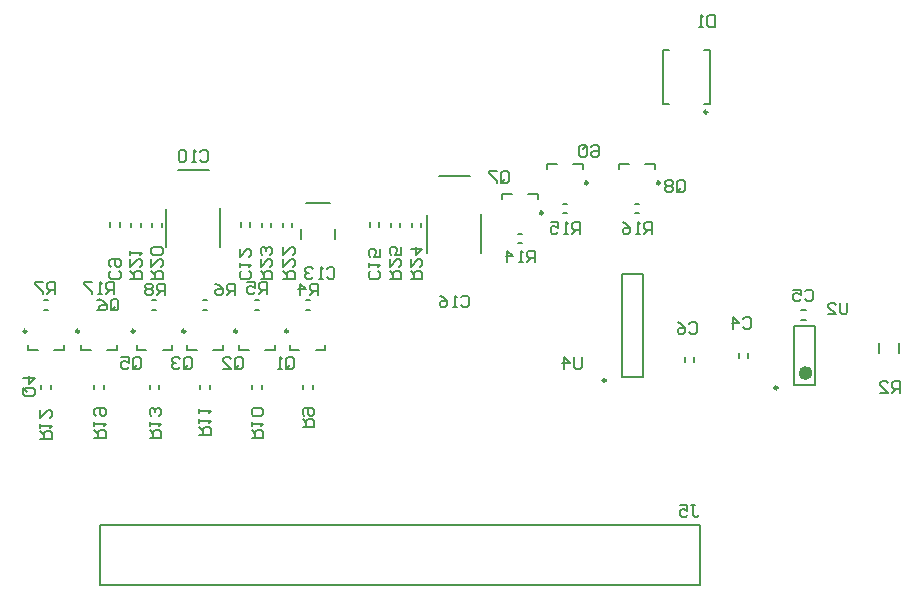
<source format=gbo>
%FSLAX25Y25*%
%MOIN*%
G70*
G01*
G75*
G04 Layer_Color=32896*
%ADD10C,0.00787*%
%ADD11C,0.01575*%
%ADD12C,0.02756*%
%ADD13C,0.03150*%
%ADD14C,0.01969*%
%ADD15C,0.01181*%
%ADD16C,0.03937*%
%ADD17C,0.02362*%
%ADD18C,0.05906*%
%ADD19R,0.03937X0.03937*%
%ADD20O,0.08661X0.02362*%
%ADD21C,0.03937*%
%ADD22R,0.09449X0.06693*%
%ADD23R,0.15748X0.06299*%
%ADD24R,0.07874X0.05512*%
%ADD25R,0.05512X0.07874*%
%ADD26R,0.01181X0.02874*%
%ADD27R,0.02874X0.01181*%
%ADD28R,0.09843X0.09843*%
%ADD29C,0.05906*%
%ADD30R,0.05118X0.05118*%
%ADD31C,0.05118*%
%ADD32R,0.06890X0.06890*%
%ADD33C,0.06890*%
%ADD34C,0.06102*%
%ADD35R,0.06102X0.06102*%
%ADD36R,0.06102X0.06102*%
%ADD37R,0.06102X0.06000*%
%ADD38C,0.19685*%
%ADD39R,0.08071X0.08071*%
%ADD40C,0.08071*%
%ADD41C,0.02756*%
%ADD42C,0.02362*%
%ADD43R,0.10039X0.11614*%
%ADD44R,0.03937X0.03937*%
%ADD45R,0.08976X0.07480*%
%ADD46R,0.02362X0.05512*%
%ADD47R,0.08583X0.06378*%
%ADD48O,0.07008X0.02362*%
%ADD49R,0.07087X0.05906*%
%ADD50C,0.01000*%
%ADD51C,0.00984*%
%ADD52C,0.00591*%
%ADD53C,0.06693*%
%ADD54R,0.04724X0.04724*%
%ADD55O,0.09449X0.03150*%
%ADD56C,0.04724*%
%ADD57R,0.10236X0.07480*%
%ADD58R,0.16535X0.07087*%
%ADD59R,0.08661X0.06299*%
%ADD60R,0.06299X0.08661*%
%ADD61R,0.01969X0.03661*%
%ADD62R,0.03661X0.01969*%
%ADD63R,0.10630X0.10630*%
%ADD64R,0.05906X0.05906*%
%ADD65R,0.07677X0.07677*%
%ADD66C,0.07677*%
%ADD67R,0.06890X0.06890*%
%ADD68R,0.06890X0.06787*%
%ADD69C,0.20472*%
%ADD70R,0.08858X0.08858*%
%ADD71C,0.08858*%
%ADD72C,0.03543*%
%ADD73R,0.10827X0.12402*%
%ADD74R,0.04724X0.04724*%
%ADD75R,0.09764X0.08268*%
%ADD76R,0.03150X0.06299*%
%ADD77R,0.09370X0.07165*%
%ADD78O,0.07795X0.03150*%
%ADD79R,0.07874X0.06693*%
D10*
X155100Y119500D02*
Y132500D01*
X137000Y119700D02*
Y132400D01*
X140900Y145400D02*
X151200D01*
X68100Y121500D02*
Y134500D01*
X50000Y121700D02*
Y134400D01*
X53900Y147400D02*
X64200D01*
X124900Y128300D02*
Y129700D01*
X128100Y128300D02*
Y129700D01*
X135100Y128300D02*
Y129700D01*
X131900Y128300D02*
Y129700D01*
X81900Y128300D02*
Y129700D01*
X85100Y128300D02*
Y129700D01*
X92100Y128300D02*
Y129700D01*
X88900Y128300D02*
Y129700D01*
X38400Y128300D02*
Y129700D01*
X41600Y128300D02*
Y129700D01*
X48600Y128300D02*
Y129700D01*
X45400Y128300D02*
Y129700D01*
X96555Y136158D02*
X104744D01*
X106161Y124425D02*
Y127575D01*
X95138Y124425D02*
Y127575D01*
X121075Y128213D02*
Y129787D01*
X117925Y128213D02*
Y129787D01*
X78075Y128213D02*
Y129787D01*
X74925Y128213D02*
Y129787D01*
X34575Y128213D02*
Y129787D01*
X31425Y128213D02*
Y129787D01*
X261713Y97425D02*
X263287D01*
X261713Y100575D02*
X263287D01*
X244075Y84713D02*
Y86287D01*
X240925Y84713D02*
Y86287D01*
X30374Y87244D02*
X33524D01*
Y88819D01*
X21713Y87244D02*
X24862D01*
X21713D02*
Y88819D01*
X45422Y103809D02*
X46822D01*
X45422Y100609D02*
X46822D01*
X26918Y103809D02*
X28318D01*
X26918Y100609D02*
X28318D01*
X9351Y103809D02*
X10751D01*
X9351Y100609D02*
X10751D01*
X62280Y103809D02*
X63680D01*
X62280Y100609D02*
X63680D01*
X79603Y103809D02*
X81003D01*
X79603Y100609D02*
X81003D01*
X96532Y103809D02*
X97932D01*
X96532Y100609D02*
X97932D01*
X201957Y78374D02*
Y112626D01*
X209043Y78374D02*
Y112626D01*
X201957Y78374D02*
X209043D01*
X201957Y112626D02*
X209043D01*
X222925Y83213D02*
Y84787D01*
X226075Y83213D02*
Y84787D01*
X27952Y8779D02*
Y28780D01*
Y8779D02*
X227953D01*
X27952Y28780D02*
X227953D01*
Y8779D02*
Y28780D01*
X231358Y169138D02*
Y187248D01*
X215610Y169138D02*
Y187248D01*
X229350Y169138D02*
X231358D01*
X229350Y187248D02*
X231358D01*
X215610Y169138D02*
X217618D01*
X215610Y187248D02*
X217618D01*
X206300Y136100D02*
X207700D01*
X206300Y132900D02*
X207700D01*
X201095Y149256D02*
X204244D01*
X201095Y147681D02*
Y149256D01*
X209756D02*
X212906D01*
Y147681D02*
Y149256D01*
X182300Y136100D02*
X183700D01*
X182300Y132900D02*
X183700D01*
X162094Y139256D02*
X165244D01*
X162094Y137681D02*
Y139256D01*
X170756D02*
X173906D01*
Y137681D02*
Y139256D01*
X167300Y126100D02*
X168700D01*
X167300Y122900D02*
X168700D01*
X78703Y74300D02*
Y75700D01*
X81903Y74300D02*
Y75700D01*
X95632Y74300D02*
Y75700D01*
X98832Y74300D02*
Y75700D01*
X61380Y74300D02*
Y75700D01*
X64580Y74300D02*
Y75700D01*
X8451Y74300D02*
Y75700D01*
X11651Y74300D02*
Y75700D01*
X44522Y74300D02*
Y75700D01*
X47722Y74300D02*
Y75700D01*
X26018Y74300D02*
Y75700D01*
X29218Y74300D02*
Y75700D01*
X177094Y149256D02*
X180244D01*
X177094Y147681D02*
Y149256D01*
X185756D02*
X188906D01*
Y147681D02*
Y149256D01*
X48878Y87244D02*
X52028D01*
Y88819D01*
X40216Y87244D02*
X43366D01*
X40216D02*
Y88819D01*
X12807Y87244D02*
X15957D01*
Y88819D01*
X4146Y87244D02*
X7295D01*
X4146D02*
Y88819D01*
X65736Y87244D02*
X68886D01*
Y88819D01*
X57075Y87244D02*
X60224D01*
X57075D02*
Y88819D01*
X83059Y87244D02*
X86209D01*
Y88819D01*
X74398Y87244D02*
X77547D01*
X74398D02*
Y88819D01*
X99988Y87244D02*
X103138D01*
Y88819D01*
X91327Y87244D02*
X94476D01*
X91327D02*
Y88819D01*
X259236Y95342D02*
X266323D01*
X259236Y75657D02*
X266323D01*
Y95342D01*
X259236Y75657D02*
Y95342D01*
X294200Y86300D02*
Y89700D01*
X287800Y86300D02*
Y89700D01*
D17*
X264354Y79594D02*
G03*
X264354Y79594I-1181J0D01*
G01*
D51*
X21024Y93543D02*
G03*
X21024Y93543I-492J0D01*
G01*
X196543Y77153D02*
G03*
X196543Y77153I-492J0D01*
G01*
X230433Y166579D02*
G03*
X230433Y166579I-492J0D01*
G01*
X214579Y142957D02*
G03*
X214579Y142957I-492J0D01*
G01*
X175579Y132957D02*
G03*
X175579Y132957I-492J0D01*
G01*
X190579Y142957D02*
G03*
X190579Y142957I-492J0D01*
G01*
X39528Y93543D02*
G03*
X39528Y93543I-492J0D01*
G01*
X3457D02*
G03*
X3457Y93543I-492J0D01*
G01*
X56386D02*
G03*
X56386Y93543I-492J0D01*
G01*
X73709D02*
G03*
X73709Y93543I-492J0D01*
G01*
X90638D02*
G03*
X90638Y93543I-492J0D01*
G01*
X253823Y74654D02*
G03*
X253823Y74654I-492J0D01*
G01*
D52*
X242427Y97525D02*
X243083Y98181D01*
X244395D01*
X245051Y97525D01*
Y94901D01*
X244395Y94245D01*
X243083D01*
X242427Y94901D01*
X239147Y94245D02*
Y98181D01*
X241115Y96213D01*
X238492D01*
X262876Y106780D02*
X263532Y107436D01*
X264844D01*
X265500Y106780D01*
Y104156D01*
X264844Y103500D01*
X263532D01*
X262876Y104156D01*
X258940Y107436D02*
X261564D01*
Y105468D01*
X260252Y106124D01*
X259596D01*
X258940Y105468D01*
Y104156D01*
X259596Y103500D01*
X260908D01*
X261564Y104156D01*
X224427Y96025D02*
X225083Y96680D01*
X226395D01*
X227051Y96025D01*
Y93401D01*
X226395Y92745D01*
X225083D01*
X224427Y93401D01*
X220492Y96680D02*
X221803Y96025D01*
X223115Y94713D01*
Y93401D01*
X222459Y92745D01*
X221147D01*
X220492Y93401D01*
Y94057D01*
X221147Y94713D01*
X223115D01*
X34280Y113624D02*
X34936Y112968D01*
Y111656D01*
X34280Y111000D01*
X31656D01*
X31000Y111656D01*
Y112968D01*
X31656Y113624D01*
Y114936D02*
X31000Y115592D01*
Y116904D01*
X31656Y117560D01*
X34280D01*
X34936Y116904D01*
Y115592D01*
X34280Y114936D01*
X33624D01*
X32968Y115592D01*
Y117560D01*
X77780Y113624D02*
X78436Y112968D01*
Y111656D01*
X77780Y111000D01*
X75156D01*
X74500Y111656D01*
Y112968D01*
X75156Y113624D01*
X74500Y114936D02*
Y116248D01*
Y115592D01*
X78436D01*
X77780Y114936D01*
X74500Y120839D02*
Y118216D01*
X77124Y120839D01*
X77780D01*
X78436Y120183D01*
Y118871D01*
X77780Y118216D01*
X120780Y113624D02*
X121436Y112968D01*
Y111656D01*
X120780Y111000D01*
X118156D01*
X117500Y111656D01*
Y112968D01*
X118156Y113624D01*
X117500Y114936D02*
Y116248D01*
Y115592D01*
X121436D01*
X120780Y114936D01*
X121436Y120839D02*
Y118216D01*
X119468D01*
X120124Y119527D01*
Y120183D01*
X119468Y120839D01*
X118156D01*
X117500Y120183D01*
Y118871D01*
X118156Y118216D01*
X61376Y153280D02*
X62032Y153936D01*
X63344D01*
X64000Y153280D01*
Y150656D01*
X63344Y150000D01*
X62032D01*
X61376Y150656D01*
X60064Y150000D02*
X58752D01*
X59408D01*
Y153936D01*
X60064Y153280D01*
X56784D02*
X56129Y153936D01*
X54817D01*
X54161Y153280D01*
Y150656D01*
X54817Y150000D01*
X56129D01*
X56784Y150656D01*
Y153280D01*
X103524Y114280D02*
X104180Y114936D01*
X105492D01*
X106148Y114280D01*
Y111656D01*
X105492Y111000D01*
X104180D01*
X103524Y111656D01*
X102212Y111000D02*
X100900D01*
X101556D01*
Y114936D01*
X102212Y114280D01*
X98933D02*
X98277Y114936D01*
X96965D01*
X96309Y114280D01*
Y113624D01*
X96965Y112968D01*
X97621D01*
X96965D01*
X96309Y112312D01*
Y111656D01*
X96965Y111000D01*
X98277D01*
X98933Y111656D01*
X148376Y104780D02*
X149032Y105436D01*
X150344D01*
X151000Y104780D01*
Y102156D01*
X150344Y101500D01*
X149032D01*
X148376Y102156D01*
X147064Y101500D02*
X145752D01*
X146408D01*
Y105436D01*
X147064Y104780D01*
X141161Y105436D02*
X142473Y104780D01*
X143784Y103468D01*
Y102156D01*
X143129Y101500D01*
X141817D01*
X141161Y102156D01*
Y102812D01*
X141817Y103468D01*
X143784D01*
X232833Y198974D02*
Y195038D01*
X230865D01*
X230209Y195694D01*
Y198318D01*
X230865Y198974D01*
X232833D01*
X228897Y195038D02*
X227586D01*
X228241D01*
Y198974D01*
X228897Y198318D01*
X225127Y35680D02*
X226439D01*
X225783D01*
Y32401D01*
X226439Y31745D01*
X227095D01*
X227751Y32401D01*
X221192Y35680D02*
X223815D01*
Y33713D01*
X222503Y34369D01*
X221848D01*
X221192Y33713D01*
Y32401D01*
X221848Y31745D01*
X223159D01*
X223815Y32401D01*
X31527Y101101D02*
Y103725D01*
X32183Y104381D01*
X33495D01*
X34151Y103725D01*
Y101101D01*
X33495Y100445D01*
X32183D01*
X32839Y101757D02*
X31527Y100445D01*
X32183D02*
X31527Y101101D01*
X27591Y104381D02*
X28903Y103725D01*
X30215Y102413D01*
Y101101D01*
X29559Y100445D01*
X28247D01*
X27591Y101101D01*
Y101757D01*
X28247Y102413D01*
X30215D01*
X89876Y81656D02*
Y84280D01*
X90532Y84936D01*
X91844D01*
X92500Y84280D01*
Y81656D01*
X91844Y81000D01*
X90532D01*
X91188Y82312D02*
X89876Y81000D01*
X90532D02*
X89876Y81656D01*
X88564Y81000D02*
X87252D01*
X87908D01*
Y84936D01*
X88564Y84280D01*
X161636Y143656D02*
Y146280D01*
X162292Y146936D01*
X163604D01*
X164260Y146280D01*
Y143656D01*
X163604Y143000D01*
X162292D01*
X162948Y144312D02*
X161636Y143000D01*
X162292D02*
X161636Y143656D01*
X160324Y146936D02*
X157700D01*
Y146280D01*
X160324Y143656D01*
Y143000D01*
X72876Y81656D02*
Y84280D01*
X73532Y84936D01*
X74844D01*
X75500Y84280D01*
Y81656D01*
X74844Y81000D01*
X73532D01*
X74188Y82312D02*
X72876Y81000D01*
X73532D02*
X72876Y81656D01*
X68940Y81000D02*
X71564D01*
X68940Y83624D01*
Y84280D01*
X69596Y84936D01*
X70908D01*
X71564Y84280D01*
X220376Y140656D02*
Y143280D01*
X221032Y143936D01*
X222344D01*
X223000Y143280D01*
Y140656D01*
X222344Y140000D01*
X221032D01*
X221688Y141312D02*
X220376Y140000D01*
X221032D02*
X220376Y140656D01*
X219064Y143280D02*
X218408Y143936D01*
X217096D01*
X216440Y143280D01*
Y142624D01*
X217096Y141968D01*
X216440Y141312D01*
Y140656D01*
X217096Y140000D01*
X218408D01*
X219064Y140656D01*
Y141312D01*
X218408Y141968D01*
X219064Y142624D01*
Y143280D01*
X218408Y141968D02*
X217096D01*
X55876Y81656D02*
Y84280D01*
X56532Y84936D01*
X57844D01*
X58500Y84280D01*
Y81656D01*
X57844Y81000D01*
X56532D01*
X57188Y82312D02*
X55876Y81000D01*
X56532D02*
X55876Y81656D01*
X54564Y84280D02*
X53908Y84936D01*
X52596D01*
X51940Y84280D01*
Y83624D01*
X52596Y82968D01*
X53252D01*
X52596D01*
X51940Y82312D01*
Y81656D01*
X52596Y81000D01*
X53908D01*
X54564Y81656D01*
X2967Y74624D02*
X5591D01*
X6247Y73968D01*
Y72656D01*
X5591Y72000D01*
X2967D01*
X2311Y72656D01*
Y73968D01*
X3623Y73312D02*
X2311Y74624D01*
Y73968D02*
X2967Y74624D01*
X2311Y77904D02*
X6247D01*
X4279Y75936D01*
Y78560D01*
X190242Y154844D02*
Y152220D01*
X189586Y151564D01*
X188274D01*
X187618Y152220D01*
Y154844D01*
X188274Y155500D01*
X189586D01*
X188930Y154188D02*
X190242Y155500D01*
X189586D02*
X190242Y154844D01*
X191554D02*
X192210Y155500D01*
X193522D01*
X194178Y154844D01*
Y152220D01*
X193522Y151564D01*
X192210D01*
X191554Y152220D01*
Y152876D01*
X192210Y153532D01*
X194178D01*
X38876Y81656D02*
Y84280D01*
X39532Y84936D01*
X40844D01*
X41500Y84280D01*
Y81656D01*
X40844Y81000D01*
X39532D01*
X40188Y82312D02*
X38876Y81000D01*
X39532D02*
X38876Y81656D01*
X34940Y84936D02*
X37564D01*
Y82968D01*
X36252Y83624D01*
X35596D01*
X34940Y82968D01*
Y81656D01*
X35596Y81000D01*
X36908D01*
X37564Y81656D01*
X294500Y73000D02*
Y76936D01*
X292532D01*
X291876Y76280D01*
Y74968D01*
X292532Y74312D01*
X294500D01*
X293188D02*
X291876Y73000D01*
X287940D02*
X290564D01*
X287940Y75624D01*
Y76280D01*
X288596Y76936D01*
X289908D01*
X290564Y76280D01*
X173000Y116500D02*
Y120436D01*
X171032D01*
X170376Y119780D01*
Y118468D01*
X171032Y117812D01*
X173000D01*
X171688D02*
X170376Y116500D01*
X169064D02*
X167752D01*
X168408D01*
Y120436D01*
X169064Y119780D01*
X163817Y116500D02*
Y120436D01*
X165785Y118468D01*
X163161D01*
X100500Y105500D02*
Y109436D01*
X98532D01*
X97876Y108780D01*
Y107468D01*
X98532Y106812D01*
X100500D01*
X99188D02*
X97876Y105500D01*
X94596D02*
Y109436D01*
X96564Y107468D01*
X93940D01*
X95500Y61500D02*
X99436D01*
Y63468D01*
X98780Y64124D01*
X97468D01*
X96812Y63468D01*
Y61500D01*
Y62812D02*
X95500Y64124D01*
X96156Y65436D02*
X95500Y66092D01*
Y67404D01*
X96156Y68060D01*
X98780D01*
X99436Y67404D01*
Y66092D01*
X98780Y65436D01*
X98124D01*
X97468Y66092D01*
Y68060D01*
X188000Y126000D02*
Y129936D01*
X186032D01*
X185376Y129280D01*
Y127968D01*
X186032Y127312D01*
X188000D01*
X186688D02*
X185376Y126000D01*
X184064D02*
X182752D01*
X183408D01*
Y129936D01*
X184064Y129280D01*
X178161Y129936D02*
X180784D01*
Y127968D01*
X179473Y128624D01*
X178817D01*
X178161Y127968D01*
Y126656D01*
X178817Y126000D01*
X180129D01*
X180784Y126656D01*
X83500Y106000D02*
Y109936D01*
X81532D01*
X80876Y109280D01*
Y107968D01*
X81532Y107312D01*
X83500D01*
X82188D02*
X80876Y106000D01*
X76940Y109936D02*
X79564D01*
Y107968D01*
X78252Y108624D01*
X77596D01*
X76940Y107968D01*
Y106656D01*
X77596Y106000D01*
X78908D01*
X79564Y106656D01*
X78500Y58000D02*
X82436D01*
Y59968D01*
X81780Y60624D01*
X80468D01*
X79812Y59968D01*
Y58000D01*
Y59312D02*
X78500Y60624D01*
Y61936D02*
Y63248D01*
Y62592D01*
X82436D01*
X81780Y61936D01*
Y65215D02*
X82436Y65872D01*
Y67183D01*
X81780Y67839D01*
X79156D01*
X78500Y67183D01*
Y65872D01*
X79156Y65215D01*
X81780D01*
X212000Y126000D02*
Y129936D01*
X210032D01*
X209376Y129280D01*
Y127968D01*
X210032Y127312D01*
X212000D01*
X210688D02*
X209376Y126000D01*
X208064D02*
X206752D01*
X207408D01*
Y129936D01*
X208064Y129280D01*
X202161Y129936D02*
X203473Y129280D01*
X204784Y127968D01*
Y126656D01*
X204129Y126000D01*
X202817D01*
X202161Y126656D01*
Y127312D01*
X202817Y127968D01*
X204784D01*
X73000Y105500D02*
Y109436D01*
X71032D01*
X70376Y108780D01*
Y107468D01*
X71032Y106812D01*
X73000D01*
X71688D02*
X70376Y105500D01*
X66440Y109436D02*
X67752Y108780D01*
X69064Y107468D01*
Y106156D01*
X68408Y105500D01*
X67096D01*
X66440Y106156D01*
Y106812D01*
X67096Y107468D01*
X69064D01*
X61000Y59000D02*
X64936D01*
Y60968D01*
X64280Y61624D01*
X62968D01*
X62312Y60968D01*
Y59000D01*
Y60312D02*
X61000Y61624D01*
Y62936D02*
Y64248D01*
Y63592D01*
X64936D01*
X64280Y62936D01*
X61000Y66215D02*
Y67527D01*
Y66872D01*
X64936D01*
X64280Y66215D01*
X13000Y106000D02*
Y109936D01*
X11032D01*
X10376Y109280D01*
Y107968D01*
X11032Y107312D01*
X13000D01*
X11688D02*
X10376Y106000D01*
X9064Y109936D02*
X6440D01*
Y109280D01*
X9064Y106656D01*
Y106000D01*
X8000Y57500D02*
X11936D01*
Y59468D01*
X11280Y60124D01*
X9968D01*
X9312Y59468D01*
Y57500D01*
Y58812D02*
X8000Y60124D01*
Y61436D02*
Y62748D01*
Y62092D01*
X11936D01*
X11280Y61436D01*
X8000Y67339D02*
Y64715D01*
X10624Y67339D01*
X11280D01*
X11936Y66683D01*
Y65372D01*
X11280Y64715D01*
X32500Y106000D02*
Y109936D01*
X30532D01*
X29876Y109280D01*
Y107968D01*
X30532Y107312D01*
X32500D01*
X31188D02*
X29876Y106000D01*
X28564D02*
X27252D01*
X27908D01*
Y109936D01*
X28564Y109280D01*
X25284Y109936D02*
X22661D01*
Y109280D01*
X25284Y106656D01*
Y106000D01*
X26000Y58000D02*
X29936D01*
Y59968D01*
X29280Y60624D01*
X27968D01*
X27312Y59968D01*
Y58000D01*
Y59312D02*
X26000Y60624D01*
Y61936D02*
Y63248D01*
Y62592D01*
X29936D01*
X29280Y61936D01*
X26656Y65215D02*
X26000Y65872D01*
Y67183D01*
X26656Y67839D01*
X29280D01*
X29936Y67183D01*
Y65872D01*
X29280Y65215D01*
X28624D01*
X27968Y65872D01*
Y67839D01*
X49500Y105500D02*
Y109436D01*
X47532D01*
X46876Y108780D01*
Y107468D01*
X47532Y106812D01*
X49500D01*
X48188D02*
X46876Y105500D01*
X45564Y108780D02*
X44908Y109436D01*
X43596D01*
X42940Y108780D01*
Y108124D01*
X43596Y107468D01*
X42940Y106812D01*
Y106156D01*
X43596Y105500D01*
X44908D01*
X45564Y106156D01*
Y106812D01*
X44908Y107468D01*
X45564Y108124D01*
Y108780D01*
X44908Y107468D02*
X43596D01*
X44500Y58000D02*
X48436D01*
Y59968D01*
X47780Y60624D01*
X46468D01*
X45812Y59968D01*
Y58000D01*
Y59312D02*
X44500Y60624D01*
Y61936D02*
Y63248D01*
Y62592D01*
X48436D01*
X47780Y61936D01*
Y65215D02*
X48436Y65872D01*
Y67183D01*
X47780Y67839D01*
X47124D01*
X46468Y67183D01*
Y66527D01*
Y67183D01*
X45812Y67839D01*
X45156D01*
X44500Y67183D01*
Y65872D01*
X45156Y65215D01*
X45000Y111000D02*
X48936D01*
Y112968D01*
X48280Y113624D01*
X46968D01*
X46312Y112968D01*
Y111000D01*
Y112312D02*
X45000Y113624D01*
Y117560D02*
Y114936D01*
X47624Y117560D01*
X48280D01*
X48936Y116904D01*
Y115592D01*
X48280Y114936D01*
Y118871D02*
X48936Y119527D01*
Y120839D01*
X48280Y121495D01*
X45656D01*
X45000Y120839D01*
Y119527D01*
X45656Y118871D01*
X48280D01*
X38000Y111000D02*
X41936D01*
Y112968D01*
X41280Y113624D01*
X39968D01*
X39312Y112968D01*
Y111000D01*
Y112312D02*
X38000Y113624D01*
Y117560D02*
Y114936D01*
X40624Y117560D01*
X41280D01*
X41936Y116904D01*
Y115592D01*
X41280Y114936D01*
X38000Y118871D02*
Y120183D01*
Y119527D01*
X41936D01*
X41280Y118871D01*
X89000Y111000D02*
X92936D01*
Y112968D01*
X92280Y113624D01*
X90968D01*
X90312Y112968D01*
Y111000D01*
Y112312D02*
X89000Y113624D01*
Y117560D02*
Y114936D01*
X91624Y117560D01*
X92280D01*
X92936Y116904D01*
Y115592D01*
X92280Y114936D01*
X89000Y121495D02*
Y118871D01*
X91624Y121495D01*
X92280D01*
X92936Y120839D01*
Y119527D01*
X92280Y118871D01*
X81500Y111000D02*
X85436D01*
Y112968D01*
X84780Y113624D01*
X83468D01*
X82812Y112968D01*
Y111000D01*
Y112312D02*
X81500Y113624D01*
Y117560D02*
Y114936D01*
X84124Y117560D01*
X84780D01*
X85436Y116904D01*
Y115592D01*
X84780Y114936D01*
Y118871D02*
X85436Y119527D01*
Y120839D01*
X84780Y121495D01*
X84124D01*
X83468Y120839D01*
Y120183D01*
Y120839D01*
X82812Y121495D01*
X82156D01*
X81500Y120839D01*
Y119527D01*
X82156Y118871D01*
X131500Y111000D02*
X135436D01*
Y112968D01*
X134780Y113624D01*
X133468D01*
X132812Y112968D01*
Y111000D01*
Y112312D02*
X131500Y113624D01*
Y117560D02*
Y114936D01*
X134124Y117560D01*
X134780D01*
X135436Y116904D01*
Y115592D01*
X134780Y114936D01*
X131500Y120839D02*
X135436D01*
X133468Y118871D01*
Y121495D01*
X124500Y111000D02*
X128436D01*
Y112968D01*
X127780Y113624D01*
X126468D01*
X125812Y112968D01*
Y111000D01*
Y112312D02*
X124500Y113624D01*
Y117560D02*
Y114936D01*
X127124Y117560D01*
X127780D01*
X128436Y116904D01*
Y115592D01*
X127780Y114936D01*
X128436Y121495D02*
Y118871D01*
X126468D01*
X127124Y120183D01*
Y120839D01*
X126468Y121495D01*
X125156D01*
X124500Y120839D01*
Y119527D01*
X125156Y118871D01*
X277151Y103080D02*
Y99801D01*
X276495Y99145D01*
X275183D01*
X274527Y99801D01*
Y103080D01*
X270591Y99145D02*
X273215D01*
X270591Y101769D01*
Y102425D01*
X271248Y103080D01*
X272559D01*
X273215Y102425D01*
X188500Y84936D02*
Y81656D01*
X187844Y81000D01*
X186532D01*
X185876Y81656D01*
Y84936D01*
X182596Y81000D02*
Y84936D01*
X184564Y82968D01*
X181940D01*
M02*

</source>
